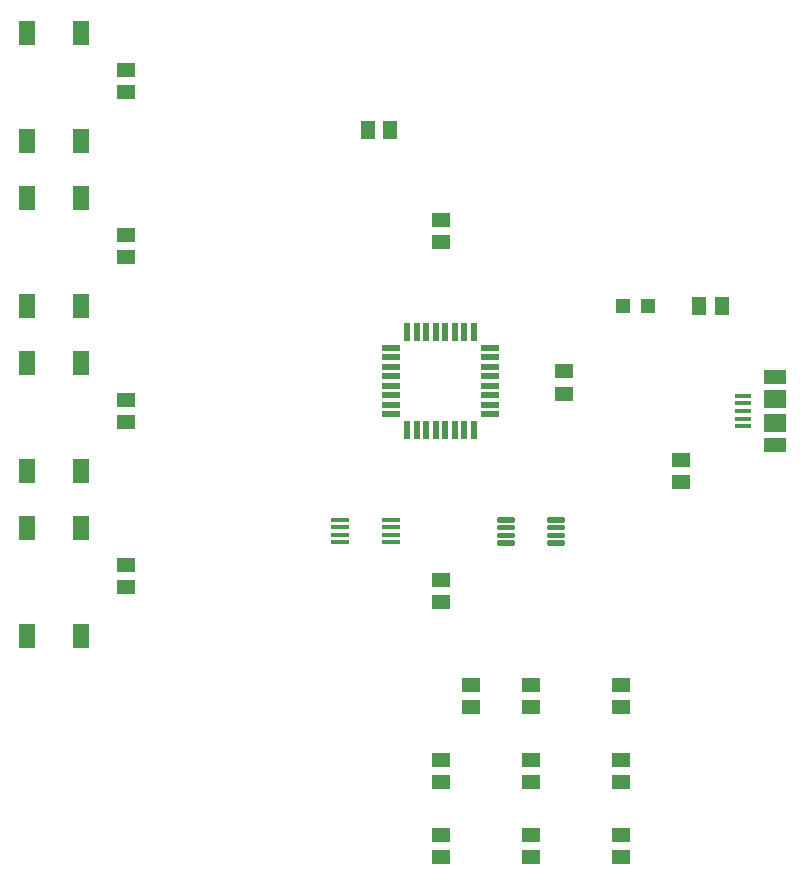
<source format=gtp>
G04 EAGLE Gerber RS-274X export*
G75*
%MOMM*%
%FSLAX34Y34*%
%LPD*%
%INSolderpaste Top*%
%IPPOS*%
%AMOC8*
5,1,8,0,0,1.08239X$1,22.5*%
G01*
%ADD10R,1.500000X1.300000*%
%ADD11R,1.350000X0.400000*%
%ADD12R,1.900000X1.500000*%
%ADD13R,1.900000X1.200000*%
%ADD14R,1.200000X1.200000*%
%ADD15R,1.300000X1.500000*%
%ADD16R,1.600000X0.550000*%
%ADD17R,0.550000X1.600000*%
%ADD18R,1.498600X0.431800*%
%ADD19R,1.397000X2.108200*%
%ADD20C,0.226694*%
%ADD21C,0.222250*%


D10*
X114300Y771500D03*
X114300Y752500D03*
X584200Y581000D03*
X584200Y562000D03*
X381000Y479400D03*
X381000Y460400D03*
X114300Y631800D03*
X114300Y612800D03*
X114300Y492100D03*
X114300Y473100D03*
X114300Y911200D03*
X114300Y892200D03*
D11*
X636900Y609300D03*
X636900Y615800D03*
X636900Y622300D03*
X636900Y628800D03*
X636900Y635300D03*
D12*
X663900Y612300D03*
X663900Y632300D03*
D13*
X663900Y593300D03*
X663900Y651300D03*
D14*
X535600Y711200D03*
X556600Y711200D03*
D15*
X600100Y711200D03*
X619100Y711200D03*
D10*
X533400Y308000D03*
X533400Y327000D03*
X533400Y244500D03*
X533400Y263500D03*
X406400Y371500D03*
X406400Y390500D03*
X381000Y308000D03*
X381000Y327000D03*
X381000Y244500D03*
X381000Y263500D03*
X457200Y371500D03*
X457200Y390500D03*
X457200Y308000D03*
X457200Y327000D03*
X457200Y244500D03*
X457200Y263500D03*
X533400Y371500D03*
X533400Y390500D03*
D16*
X339200Y675700D03*
X339200Y667700D03*
X339200Y659700D03*
X339200Y651700D03*
X339200Y643700D03*
X339200Y635700D03*
X339200Y627700D03*
X339200Y619700D03*
D17*
X353000Y605900D03*
X361000Y605900D03*
X369000Y605900D03*
X377000Y605900D03*
X385000Y605900D03*
X393000Y605900D03*
X401000Y605900D03*
X409000Y605900D03*
D16*
X422800Y619700D03*
X422800Y627700D03*
X422800Y635700D03*
X422800Y643700D03*
X422800Y651700D03*
X422800Y659700D03*
X422800Y667700D03*
X422800Y675700D03*
D17*
X409000Y689500D03*
X401000Y689500D03*
X393000Y689500D03*
X385000Y689500D03*
X377000Y689500D03*
X369000Y689500D03*
X361000Y689500D03*
X353000Y689500D03*
D18*
X295656Y530352D03*
X295656Y524002D03*
X295656Y517398D03*
X295656Y511048D03*
X339344Y511048D03*
X339344Y517398D03*
X339344Y524002D03*
X339344Y530352D03*
D10*
X485140Y655930D03*
X485140Y636930D03*
D15*
X338430Y859790D03*
X319430Y859790D03*
D10*
X381000Y765200D03*
X381000Y784200D03*
D19*
X76200Y571500D03*
X76200Y662686D03*
X31242Y571500D03*
X31242Y662686D03*
X76200Y850900D03*
X76200Y942086D03*
X31242Y850900D03*
X31242Y942086D03*
X76200Y711200D03*
X76200Y802386D03*
X31242Y711200D03*
X31242Y802386D03*
X76200Y431800D03*
X76200Y522986D03*
X31242Y431800D03*
X31242Y522986D03*
D20*
X429783Y529361D02*
X442517Y529361D01*
X429783Y529361D02*
X429783Y531539D01*
X442517Y531539D01*
X442517Y529361D01*
X442517Y531515D02*
X429783Y531515D01*
D21*
X429761Y522839D02*
X442539Y522839D01*
X429761Y522839D02*
X429761Y525061D01*
X442539Y525061D01*
X442539Y522839D01*
X442539Y524951D02*
X429761Y524951D01*
X429761Y516339D02*
X442539Y516339D01*
X429761Y516339D02*
X429761Y518561D01*
X442539Y518561D01*
X442539Y516339D01*
X442539Y518451D02*
X429761Y518451D01*
X429761Y509839D02*
X442539Y509839D01*
X429761Y509839D02*
X429761Y512061D01*
X442539Y512061D01*
X442539Y509839D01*
X442539Y511951D02*
X429761Y511951D01*
X471861Y512061D02*
X484639Y512061D01*
X484639Y509839D01*
X471861Y509839D01*
X471861Y512061D01*
X471861Y511951D02*
X484639Y511951D01*
X484639Y518561D02*
X471861Y518561D01*
X484639Y518561D02*
X484639Y516339D01*
X471861Y516339D01*
X471861Y518561D01*
X471861Y518451D02*
X484639Y518451D01*
X484639Y525061D02*
X471861Y525061D01*
X484639Y525061D02*
X484639Y522839D01*
X471861Y522839D01*
X471861Y525061D01*
X471861Y524951D02*
X484639Y524951D01*
X484639Y531561D02*
X471861Y531561D01*
X484639Y531561D02*
X484639Y529339D01*
X471861Y529339D01*
X471861Y531561D01*
X471861Y531451D02*
X484639Y531451D01*
M02*

</source>
